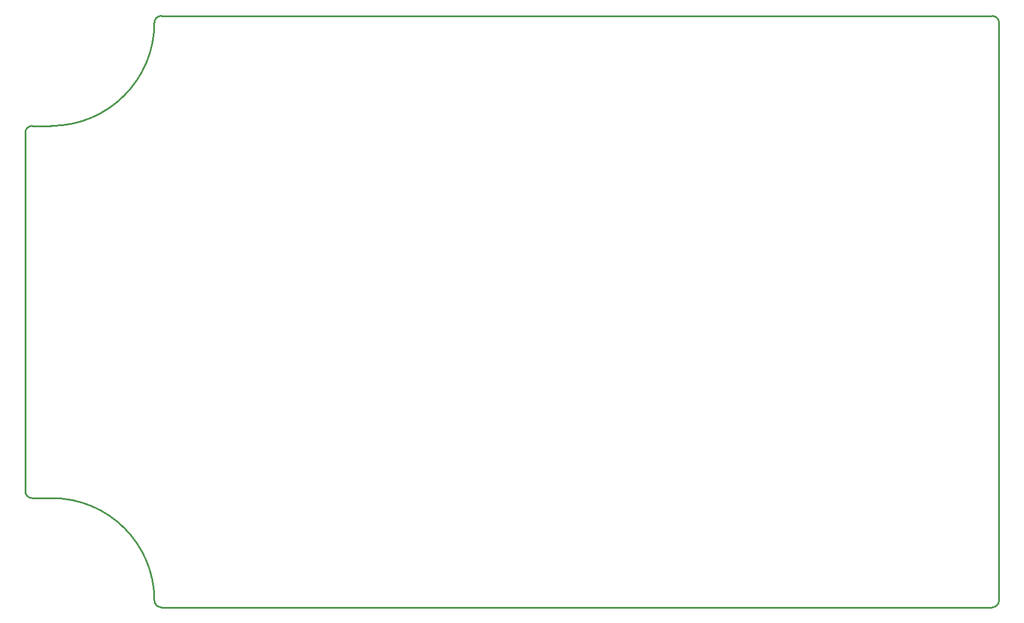
<source format=gm1>
G04*
G04 #@! TF.GenerationSoftware,Altium Limited,Altium Designer,25.2.1 (25)*
G04*
G04 Layer_Color=16711935*
%FSLAX25Y25*%
%MOIN*%
G70*
G04*
G04 #@! TF.SameCoordinates,85CC1250-A9D5-4C62-828A-8F390AD69E0A*
G04*
G04*
G04 #@! TF.FilePolarity,Positive*
G04*
G01*
G75*
%ADD16C,0.01000*%
D16*
X565500Y340000D02*
G03*
X561500Y344000I-4000J0D01*
G01*
Y0D02*
G03*
X565500Y4000I0J4000D01*
G01*
X15000Y280000D02*
G03*
X75000Y340000I0J60000D01*
G01*
Y4000D02*
G03*
X15500Y63500I-59500J0D01*
G01*
X75000Y4000D02*
G03*
X79000Y0I4000J0D01*
G01*
X0Y67500D02*
G03*
X4000Y63500I4000J0D01*
G01*
X79000Y344000D02*
G03*
X75000Y340000I0J-4000D01*
G01*
X4000Y280000D02*
G03*
X0Y276000I0J-4000D01*
G01*
X79000Y344000D02*
X561500D01*
X565500Y4000D02*
Y340000D01*
X79000Y-0D02*
X561500D01*
X4000Y63500D02*
X15500D01*
X4000Y280000D02*
X15000D01*
X-0Y67500D02*
X0Y276000D01*
M02*

</source>
